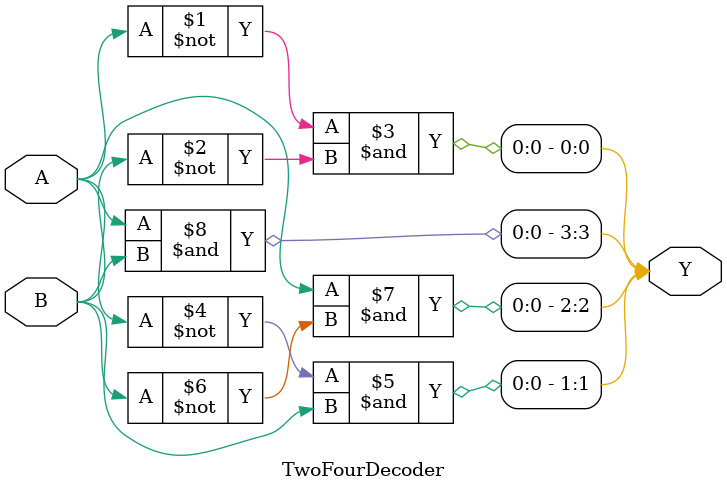
<source format=v>
`timescale 1ns / 1ps


module TwoFourDecoder(
    //2 inputs and 4 outputs per decoder specifications
    input A,
    input B,
    //Using a bus for 4 outputs instead of typing out 4 lines of code
    output [3:0]Y
    );
    //Basically each output is assigned a minterm to make the decoder
    //Y[0] will be 1 if input is 0,0
    //Y[1] will be 1 if input is 0,1
    //Y[2] will be 1 if input is 1,0
    //Lastly Y[3] will be 1 if input is 1,1
    //Per how a decoder works only 1 output can be high at once
    assign Y[0] = (~A)&(~B);
    assign Y[1] = (~A)&B;
    assign Y[2] = A&(~B);
    assign Y[3] = A&B;
endmodule

</source>
